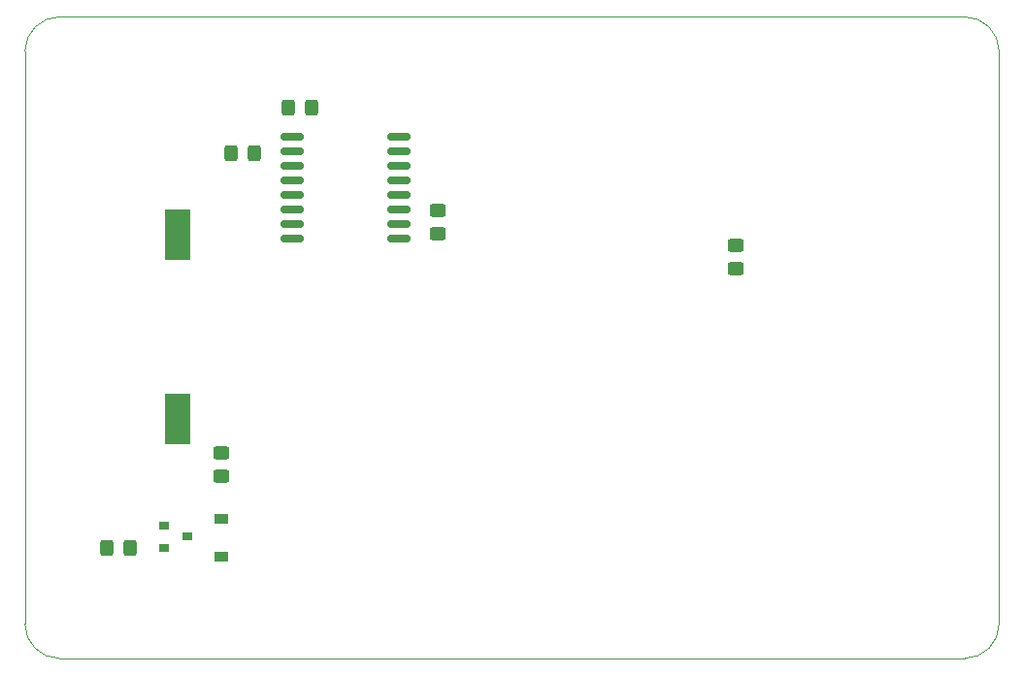
<source format=gbp>
G04 #@! TF.GenerationSoftware,KiCad,Pcbnew,6.0.0-d3dd2cf0fa~116~ubuntu21.04.1*
G04 #@! TF.CreationDate,2022-03-07T16:35:49+01:00*
G04 #@! TF.ProjectId,PiRogue-RPi-hat,5069526f-6775-4652-9d52-50692d686174,rev?*
G04 #@! TF.SameCoordinates,PX4efbba0PY7d37aa0*
G04 #@! TF.FileFunction,Paste,Bot*
G04 #@! TF.FilePolarity,Positive*
%FSLAX46Y46*%
G04 Gerber Fmt 4.6, Leading zero omitted, Abs format (unit mm)*
G04 Created by KiCad (PCBNEW 6.0.0-d3dd2cf0fa~116~ubuntu21.04.1) date 2022-03-07 16:35:49*
%MOMM*%
%LPD*%
G01*
G04 APERTURE LIST*
G04 Aperture macros list*
%AMRoundRect*
0 Rectangle with rounded corners*
0 $1 Rounding radius*
0 $2 $3 $4 $5 $6 $7 $8 $9 X,Y pos of 4 corners*
0 Add a 4 corners polygon primitive as box body*
4,1,4,$2,$3,$4,$5,$6,$7,$8,$9,$2,$3,0*
0 Add four circle primitives for the rounded corners*
1,1,$1+$1,$2,$3*
1,1,$1+$1,$4,$5*
1,1,$1+$1,$6,$7*
1,1,$1+$1,$8,$9*
0 Add four rect primitives between the rounded corners*
20,1,$1+$1,$2,$3,$4,$5,0*
20,1,$1+$1,$4,$5,$6,$7,0*
20,1,$1+$1,$6,$7,$8,$9,0*
20,1,$1+$1,$8,$9,$2,$3,0*%
G04 Aperture macros list end*
G04 #@! TA.AperFunction,Profile*
%ADD10C,0.100000*%
G04 #@! TD*
%ADD11R,2.300000X4.400000*%
%ADD12RoundRect,0.250000X-0.450000X0.325000X-0.450000X-0.325000X0.450000X-0.325000X0.450000X0.325000X0*%
%ADD13RoundRect,0.250000X0.450000X-0.325000X0.450000X0.325000X-0.450000X0.325000X-0.450000X-0.325000X0*%
%ADD14R,1.200000X0.900000*%
%ADD15R,0.900000X0.800000*%
%ADD16RoundRect,0.250000X0.325000X0.450000X-0.325000X0.450000X-0.325000X-0.450000X0.325000X-0.450000X0*%
%ADD17RoundRect,0.250000X-0.325000X-0.450000X0.325000X-0.450000X0.325000X0.450000X-0.325000X0.450000X0*%
%ADD18RoundRect,0.150000X0.875000X0.150000X-0.875000X0.150000X-0.875000X-0.150000X0.875000X-0.150000X0*%
G04 APERTURE END LIST*
D10*
X82006356Y-56057611D02*
G75*
G03*
X85006356Y-53057611I-1J3000001D01*
G01*
X85006356Y-53057611D02*
X85006356Y-3057611D01*
X85006356Y-3057611D02*
G75*
G03*
X82006356Y-57611I-3000001J-1D01*
G01*
X82006356Y-57611D02*
X3026356Y-57611D01*
X26356Y-53057611D02*
G75*
G03*
X3026356Y-56057611I3000001J1D01*
G01*
X3026356Y-56057611D02*
X82006356Y-56057611D01*
X26356Y-3057611D02*
X26356Y-53057611D01*
X3026356Y-57611D02*
G75*
G03*
X26356Y-3057611I1J-3000001D01*
G01*
D11*
X13340000Y-19050000D03*
X13340000Y-35180000D03*
D12*
X36000000Y-16975000D03*
X36000000Y-19025000D03*
D13*
X62000000Y-22025000D03*
X62000000Y-19975000D03*
D14*
X17160000Y-43910000D03*
X17160000Y-47210000D03*
D15*
X12160000Y-46380000D03*
X12160000Y-44480000D03*
X14160000Y-45430000D03*
D16*
X25025000Y-8000000D03*
X22975000Y-8000000D03*
D17*
X17975000Y-12000000D03*
X20025000Y-12000000D03*
D16*
X9185000Y-46430000D03*
X7135000Y-46430000D03*
D18*
X32650000Y-10555000D03*
X32650000Y-11825000D03*
X32650000Y-13095000D03*
X32650000Y-14365000D03*
X32650000Y-15635000D03*
X32650000Y-16905000D03*
X32650000Y-18175000D03*
X32650000Y-19445000D03*
X23350000Y-19445000D03*
X23350000Y-18175000D03*
X23350000Y-16905000D03*
X23350000Y-15635000D03*
X23350000Y-14365000D03*
X23350000Y-13095000D03*
X23350000Y-11825000D03*
X23350000Y-10555000D03*
D13*
X17160000Y-40155000D03*
X17160000Y-38105000D03*
M02*

</source>
